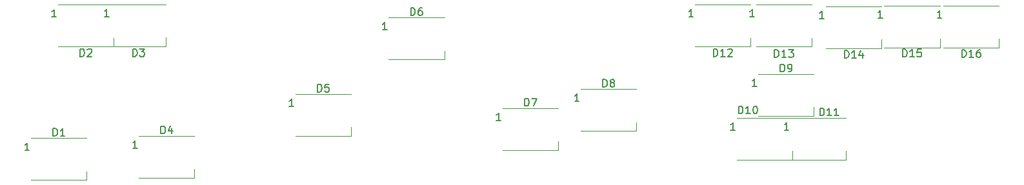
<source format=gbr>
%TF.GenerationSoftware,KiCad,Pcbnew,(5.1.6)-1*%
%TF.CreationDate,2020-11-25T12:03:05+11:00*%
%TF.ProjectId,HUD VID RCD Panel PCB V1,48554420-5649-4442-9052-43442050616e,rev?*%
%TF.SameCoordinates,Original*%
%TF.FileFunction,Legend,Top*%
%TF.FilePolarity,Positive*%
%FSLAX46Y46*%
G04 Gerber Fmt 4.6, Leading zero omitted, Abs format (unit mm)*
G04 Created by KiCad (PCBNEW (5.1.6)-1) date 2020-11-25 12:03:05*
%MOMM*%
%LPD*%
G01*
G04 APERTURE LIST*
%ADD10C,0.120000*%
%ADD11C,0.150000*%
G04 APERTURE END LIST*
D10*
%TO.C,D16*%
X176690000Y-68522400D02*
X183990000Y-68522400D01*
X176690000Y-74022400D02*
X183990000Y-74022400D01*
X183990000Y-74022400D02*
X183990000Y-72872400D01*
%TO.C,D15*%
X168929000Y-68496800D02*
X176229000Y-68496800D01*
X168929000Y-73996800D02*
X176229000Y-73996800D01*
X176229000Y-73996800D02*
X176229000Y-72846800D01*
%TO.C,D14*%
X161247000Y-68573200D02*
X168547000Y-68573200D01*
X161247000Y-74073200D02*
X168547000Y-74073200D01*
X168547000Y-74073200D02*
X168547000Y-72923200D01*
%TO.C,D13*%
X152103000Y-68370000D02*
X159403000Y-68370000D01*
X152103000Y-73870000D02*
X159403000Y-73870000D01*
X159403000Y-73870000D02*
X159403000Y-72720000D01*
%TO.C,D12*%
X144076000Y-68370000D02*
X151376000Y-68370000D01*
X144076000Y-73870000D02*
X151376000Y-73870000D01*
X151376000Y-73870000D02*
X151376000Y-72720000D01*
%TO.C,D11*%
X156612000Y-83228800D02*
X163912000Y-83228800D01*
X156612000Y-88728800D02*
X163912000Y-88728800D01*
X163912000Y-88728800D02*
X163912000Y-87578800D01*
%TO.C,D10*%
X149563000Y-83254400D02*
X156863000Y-83254400D01*
X149563000Y-88754400D02*
X156863000Y-88754400D01*
X156863000Y-88754400D02*
X156863000Y-87604400D01*
%TO.C,D9*%
X152396000Y-77488800D02*
X159696000Y-77488800D01*
X152396000Y-82988800D02*
X159696000Y-82988800D01*
X159696000Y-82988800D02*
X159696000Y-81838800D01*
%TO.C,D8*%
X129102000Y-79469600D02*
X136402000Y-79469600D01*
X129102000Y-84969600D02*
X136402000Y-84969600D01*
X136402000Y-84969600D02*
X136402000Y-83819600D01*
%TO.C,D7*%
X118829000Y-81984400D02*
X126129000Y-81984400D01*
X118829000Y-87484400D02*
X126129000Y-87484400D01*
X126129000Y-87484400D02*
X126129000Y-86334400D01*
%TO.C,D6*%
X103905000Y-70071600D02*
X111205000Y-70071600D01*
X103905000Y-75571600D02*
X111205000Y-75571600D01*
X111205000Y-75571600D02*
X111205000Y-74421600D01*
%TO.C,D5*%
X91662400Y-80130000D02*
X98962400Y-80130000D01*
X91662400Y-85630000D02*
X98962400Y-85630000D01*
X98962400Y-85630000D02*
X98962400Y-84480000D01*
%TO.C,D4*%
X71116000Y-85616400D02*
X78416000Y-85616400D01*
X71116000Y-91116400D02*
X78416000Y-91116400D01*
X78416000Y-91116400D02*
X78416000Y-89966400D01*
%TO.C,D3*%
X67407600Y-68344400D02*
X74707600Y-68344400D01*
X67407600Y-73844400D02*
X74707600Y-73844400D01*
X74707600Y-73844400D02*
X74707600Y-72694400D01*
%TO.C,D2*%
X60498800Y-68395200D02*
X67798800Y-68395200D01*
X60498800Y-73895200D02*
X67798800Y-73895200D01*
X67798800Y-73895200D02*
X67798800Y-72745200D01*
%TO.C,D1*%
X56966000Y-85921200D02*
X64266000Y-85921200D01*
X56966000Y-91421200D02*
X64266000Y-91421200D01*
X64266000Y-91421200D02*
X64266000Y-90271200D01*
%TO.C,D16*%
D11*
X179125714Y-75280780D02*
X179125714Y-74280780D01*
X179363809Y-74280780D01*
X179506666Y-74328400D01*
X179601904Y-74423638D01*
X179649523Y-74518876D01*
X179697142Y-74709352D01*
X179697142Y-74852209D01*
X179649523Y-75042685D01*
X179601904Y-75137923D01*
X179506666Y-75233161D01*
X179363809Y-75280780D01*
X179125714Y-75280780D01*
X180649523Y-75280780D02*
X180078095Y-75280780D01*
X180363809Y-75280780D02*
X180363809Y-74280780D01*
X180268571Y-74423638D01*
X180173333Y-74518876D01*
X180078095Y-74566495D01*
X181506666Y-74280780D02*
X181316190Y-74280780D01*
X181220952Y-74328400D01*
X181173333Y-74376019D01*
X181078095Y-74518876D01*
X181030476Y-74709352D01*
X181030476Y-75090304D01*
X181078095Y-75185542D01*
X181125714Y-75233161D01*
X181220952Y-75280780D01*
X181411428Y-75280780D01*
X181506666Y-75233161D01*
X181554285Y-75185542D01*
X181601904Y-75090304D01*
X181601904Y-74852209D01*
X181554285Y-74756971D01*
X181506666Y-74709352D01*
X181411428Y-74661733D01*
X181220952Y-74661733D01*
X181125714Y-74709352D01*
X181078095Y-74756971D01*
X181030476Y-74852209D01*
X176475714Y-70124780D02*
X175904285Y-70124780D01*
X176190000Y-70124780D02*
X176190000Y-69124780D01*
X176094761Y-69267638D01*
X175999523Y-69362876D01*
X175904285Y-69410495D01*
%TO.C,D15*%
X171353314Y-75229980D02*
X171353314Y-74229980D01*
X171591409Y-74229980D01*
X171734266Y-74277600D01*
X171829504Y-74372838D01*
X171877123Y-74468076D01*
X171924742Y-74658552D01*
X171924742Y-74801409D01*
X171877123Y-74991885D01*
X171829504Y-75087123D01*
X171734266Y-75182361D01*
X171591409Y-75229980D01*
X171353314Y-75229980D01*
X172877123Y-75229980D02*
X172305695Y-75229980D01*
X172591409Y-75229980D02*
X172591409Y-74229980D01*
X172496171Y-74372838D01*
X172400933Y-74468076D01*
X172305695Y-74515695D01*
X173781885Y-74229980D02*
X173305695Y-74229980D01*
X173258076Y-74706171D01*
X173305695Y-74658552D01*
X173400933Y-74610933D01*
X173639028Y-74610933D01*
X173734266Y-74658552D01*
X173781885Y-74706171D01*
X173829504Y-74801409D01*
X173829504Y-75039504D01*
X173781885Y-75134742D01*
X173734266Y-75182361D01*
X173639028Y-75229980D01*
X173400933Y-75229980D01*
X173305695Y-75182361D01*
X173258076Y-75134742D01*
X168714714Y-70099180D02*
X168143285Y-70099180D01*
X168429000Y-70099180D02*
X168429000Y-69099180D01*
X168333761Y-69242038D01*
X168238523Y-69337276D01*
X168143285Y-69384895D01*
%TO.C,D14*%
X163733314Y-75382380D02*
X163733314Y-74382380D01*
X163971409Y-74382380D01*
X164114266Y-74430000D01*
X164209504Y-74525238D01*
X164257123Y-74620476D01*
X164304742Y-74810952D01*
X164304742Y-74953809D01*
X164257123Y-75144285D01*
X164209504Y-75239523D01*
X164114266Y-75334761D01*
X163971409Y-75382380D01*
X163733314Y-75382380D01*
X165257123Y-75382380D02*
X164685695Y-75382380D01*
X164971409Y-75382380D02*
X164971409Y-74382380D01*
X164876171Y-74525238D01*
X164780933Y-74620476D01*
X164685695Y-74668095D01*
X166114266Y-74715714D02*
X166114266Y-75382380D01*
X165876171Y-74334761D02*
X165638076Y-75049047D01*
X166257123Y-75049047D01*
X161032714Y-70175580D02*
X160461285Y-70175580D01*
X160747000Y-70175580D02*
X160747000Y-69175580D01*
X160651761Y-69318438D01*
X160556523Y-69413676D01*
X160461285Y-69461295D01*
%TO.C,D13*%
X154538714Y-75280780D02*
X154538714Y-74280780D01*
X154776809Y-74280780D01*
X154919666Y-74328400D01*
X155014904Y-74423638D01*
X155062523Y-74518876D01*
X155110142Y-74709352D01*
X155110142Y-74852209D01*
X155062523Y-75042685D01*
X155014904Y-75137923D01*
X154919666Y-75233161D01*
X154776809Y-75280780D01*
X154538714Y-75280780D01*
X156062523Y-75280780D02*
X155491095Y-75280780D01*
X155776809Y-75280780D02*
X155776809Y-74280780D01*
X155681571Y-74423638D01*
X155586333Y-74518876D01*
X155491095Y-74566495D01*
X156395857Y-74280780D02*
X157014904Y-74280780D01*
X156681571Y-74661733D01*
X156824428Y-74661733D01*
X156919666Y-74709352D01*
X156967285Y-74756971D01*
X157014904Y-74852209D01*
X157014904Y-75090304D01*
X156967285Y-75185542D01*
X156919666Y-75233161D01*
X156824428Y-75280780D01*
X156538714Y-75280780D01*
X156443476Y-75233161D01*
X156395857Y-75185542D01*
X151888714Y-69972380D02*
X151317285Y-69972380D01*
X151603000Y-69972380D02*
X151603000Y-68972380D01*
X151507761Y-69115238D01*
X151412523Y-69210476D01*
X151317285Y-69258095D01*
%TO.C,D12*%
X146511714Y-75179180D02*
X146511714Y-74179180D01*
X146749809Y-74179180D01*
X146892666Y-74226800D01*
X146987904Y-74322038D01*
X147035523Y-74417276D01*
X147083142Y-74607752D01*
X147083142Y-74750609D01*
X147035523Y-74941085D01*
X146987904Y-75036323D01*
X146892666Y-75131561D01*
X146749809Y-75179180D01*
X146511714Y-75179180D01*
X148035523Y-75179180D02*
X147464095Y-75179180D01*
X147749809Y-75179180D02*
X147749809Y-74179180D01*
X147654571Y-74322038D01*
X147559333Y-74417276D01*
X147464095Y-74464895D01*
X148416476Y-74274419D02*
X148464095Y-74226800D01*
X148559333Y-74179180D01*
X148797428Y-74179180D01*
X148892666Y-74226800D01*
X148940285Y-74274419D01*
X148987904Y-74369657D01*
X148987904Y-74464895D01*
X148940285Y-74607752D01*
X148368857Y-75179180D01*
X148987904Y-75179180D01*
X143861714Y-69972380D02*
X143290285Y-69972380D01*
X143576000Y-69972380D02*
X143576000Y-68972380D01*
X143480761Y-69115238D01*
X143385523Y-69210476D01*
X143290285Y-69258095D01*
%TO.C,D11*%
X160482114Y-82951580D02*
X160482114Y-81951580D01*
X160720209Y-81951580D01*
X160863066Y-81999200D01*
X160958304Y-82094438D01*
X161005923Y-82189676D01*
X161053542Y-82380152D01*
X161053542Y-82523009D01*
X161005923Y-82713485D01*
X160958304Y-82808723D01*
X160863066Y-82903961D01*
X160720209Y-82951580D01*
X160482114Y-82951580D01*
X162005923Y-82951580D02*
X161434495Y-82951580D01*
X161720209Y-82951580D02*
X161720209Y-81951580D01*
X161624971Y-82094438D01*
X161529733Y-82189676D01*
X161434495Y-82237295D01*
X162958304Y-82951580D02*
X162386876Y-82951580D01*
X162672590Y-82951580D02*
X162672590Y-81951580D01*
X162577352Y-82094438D01*
X162482114Y-82189676D01*
X162386876Y-82237295D01*
X156397714Y-84831180D02*
X155826285Y-84831180D01*
X156112000Y-84831180D02*
X156112000Y-83831180D01*
X156016761Y-83974038D01*
X155921523Y-84069276D01*
X155826285Y-84116895D01*
%TO.C,D10*%
X149814114Y-82697580D02*
X149814114Y-81697580D01*
X150052209Y-81697580D01*
X150195066Y-81745200D01*
X150290304Y-81840438D01*
X150337923Y-81935676D01*
X150385542Y-82126152D01*
X150385542Y-82269009D01*
X150337923Y-82459485D01*
X150290304Y-82554723D01*
X150195066Y-82649961D01*
X150052209Y-82697580D01*
X149814114Y-82697580D01*
X151337923Y-82697580D02*
X150766495Y-82697580D01*
X151052209Y-82697580D02*
X151052209Y-81697580D01*
X150956971Y-81840438D01*
X150861733Y-81935676D01*
X150766495Y-81983295D01*
X151956971Y-81697580D02*
X152052209Y-81697580D01*
X152147447Y-81745200D01*
X152195066Y-81792819D01*
X152242685Y-81888057D01*
X152290304Y-82078533D01*
X152290304Y-82316628D01*
X152242685Y-82507104D01*
X152195066Y-82602342D01*
X152147447Y-82649961D01*
X152052209Y-82697580D01*
X151956971Y-82697580D01*
X151861733Y-82649961D01*
X151814114Y-82602342D01*
X151766495Y-82507104D01*
X151718876Y-82316628D01*
X151718876Y-82078533D01*
X151766495Y-81888057D01*
X151814114Y-81792819D01*
X151861733Y-81745200D01*
X151956971Y-81697580D01*
X149348714Y-84856780D02*
X148777285Y-84856780D01*
X149063000Y-84856780D02*
X149063000Y-83856780D01*
X148967761Y-83999638D01*
X148872523Y-84094876D01*
X148777285Y-84142495D01*
%TO.C,D9*%
X155307904Y-77191180D02*
X155307904Y-76191180D01*
X155546000Y-76191180D01*
X155688857Y-76238800D01*
X155784095Y-76334038D01*
X155831714Y-76429276D01*
X155879333Y-76619752D01*
X155879333Y-76762609D01*
X155831714Y-76953085D01*
X155784095Y-77048323D01*
X155688857Y-77143561D01*
X155546000Y-77191180D01*
X155307904Y-77191180D01*
X156355523Y-77191180D02*
X156546000Y-77191180D01*
X156641238Y-77143561D01*
X156688857Y-77095942D01*
X156784095Y-76953085D01*
X156831714Y-76762609D01*
X156831714Y-76381657D01*
X156784095Y-76286419D01*
X156736476Y-76238800D01*
X156641238Y-76191180D01*
X156450761Y-76191180D01*
X156355523Y-76238800D01*
X156307904Y-76286419D01*
X156260285Y-76381657D01*
X156260285Y-76619752D01*
X156307904Y-76714990D01*
X156355523Y-76762609D01*
X156450761Y-76810228D01*
X156641238Y-76810228D01*
X156736476Y-76762609D01*
X156784095Y-76714990D01*
X156831714Y-76619752D01*
X152181714Y-79091180D02*
X151610285Y-79091180D01*
X151896000Y-79091180D02*
X151896000Y-78091180D01*
X151800761Y-78234038D01*
X151705523Y-78329276D01*
X151610285Y-78376895D01*
%TO.C,D8*%
X132013904Y-79171980D02*
X132013904Y-78171980D01*
X132252000Y-78171980D01*
X132394857Y-78219600D01*
X132490095Y-78314838D01*
X132537714Y-78410076D01*
X132585333Y-78600552D01*
X132585333Y-78743409D01*
X132537714Y-78933885D01*
X132490095Y-79029123D01*
X132394857Y-79124361D01*
X132252000Y-79171980D01*
X132013904Y-79171980D01*
X133156761Y-78600552D02*
X133061523Y-78552933D01*
X133013904Y-78505314D01*
X132966285Y-78410076D01*
X132966285Y-78362457D01*
X133013904Y-78267219D01*
X133061523Y-78219600D01*
X133156761Y-78171980D01*
X133347238Y-78171980D01*
X133442476Y-78219600D01*
X133490095Y-78267219D01*
X133537714Y-78362457D01*
X133537714Y-78410076D01*
X133490095Y-78505314D01*
X133442476Y-78552933D01*
X133347238Y-78600552D01*
X133156761Y-78600552D01*
X133061523Y-78648171D01*
X133013904Y-78695790D01*
X132966285Y-78791028D01*
X132966285Y-78981504D01*
X133013904Y-79076742D01*
X133061523Y-79124361D01*
X133156761Y-79171980D01*
X133347238Y-79171980D01*
X133442476Y-79124361D01*
X133490095Y-79076742D01*
X133537714Y-78981504D01*
X133537714Y-78791028D01*
X133490095Y-78695790D01*
X133442476Y-78648171D01*
X133347238Y-78600552D01*
X128887714Y-81071980D02*
X128316285Y-81071980D01*
X128602000Y-81071980D02*
X128602000Y-80071980D01*
X128506761Y-80214838D01*
X128411523Y-80310076D01*
X128316285Y-80357695D01*
%TO.C,D7*%
X121740904Y-81686780D02*
X121740904Y-80686780D01*
X121979000Y-80686780D01*
X122121857Y-80734400D01*
X122217095Y-80829638D01*
X122264714Y-80924876D01*
X122312333Y-81115352D01*
X122312333Y-81258209D01*
X122264714Y-81448685D01*
X122217095Y-81543923D01*
X122121857Y-81639161D01*
X121979000Y-81686780D01*
X121740904Y-81686780D01*
X122645666Y-80686780D02*
X123312333Y-80686780D01*
X122883761Y-81686780D01*
X118614714Y-83586780D02*
X118043285Y-83586780D01*
X118329000Y-83586780D02*
X118329000Y-82586780D01*
X118233761Y-82729638D01*
X118138523Y-82824876D01*
X118043285Y-82872495D01*
%TO.C,D6*%
X106816904Y-69773980D02*
X106816904Y-68773980D01*
X107055000Y-68773980D01*
X107197857Y-68821600D01*
X107293095Y-68916838D01*
X107340714Y-69012076D01*
X107388333Y-69202552D01*
X107388333Y-69345409D01*
X107340714Y-69535885D01*
X107293095Y-69631123D01*
X107197857Y-69726361D01*
X107055000Y-69773980D01*
X106816904Y-69773980D01*
X108245476Y-68773980D02*
X108055000Y-68773980D01*
X107959761Y-68821600D01*
X107912142Y-68869219D01*
X107816904Y-69012076D01*
X107769285Y-69202552D01*
X107769285Y-69583504D01*
X107816904Y-69678742D01*
X107864523Y-69726361D01*
X107959761Y-69773980D01*
X108150238Y-69773980D01*
X108245476Y-69726361D01*
X108293095Y-69678742D01*
X108340714Y-69583504D01*
X108340714Y-69345409D01*
X108293095Y-69250171D01*
X108245476Y-69202552D01*
X108150238Y-69154933D01*
X107959761Y-69154933D01*
X107864523Y-69202552D01*
X107816904Y-69250171D01*
X107769285Y-69345409D01*
X103690714Y-71673980D02*
X103119285Y-71673980D01*
X103405000Y-71673980D02*
X103405000Y-70673980D01*
X103309761Y-70816838D01*
X103214523Y-70912076D01*
X103119285Y-70959695D01*
%TO.C,D5*%
X94574304Y-79832380D02*
X94574304Y-78832380D01*
X94812400Y-78832380D01*
X94955257Y-78880000D01*
X95050495Y-78975238D01*
X95098114Y-79070476D01*
X95145733Y-79260952D01*
X95145733Y-79403809D01*
X95098114Y-79594285D01*
X95050495Y-79689523D01*
X94955257Y-79784761D01*
X94812400Y-79832380D01*
X94574304Y-79832380D01*
X96050495Y-78832380D02*
X95574304Y-78832380D01*
X95526685Y-79308571D01*
X95574304Y-79260952D01*
X95669542Y-79213333D01*
X95907638Y-79213333D01*
X96002876Y-79260952D01*
X96050495Y-79308571D01*
X96098114Y-79403809D01*
X96098114Y-79641904D01*
X96050495Y-79737142D01*
X96002876Y-79784761D01*
X95907638Y-79832380D01*
X95669542Y-79832380D01*
X95574304Y-79784761D01*
X95526685Y-79737142D01*
X91448114Y-81732380D02*
X90876685Y-81732380D01*
X91162400Y-81732380D02*
X91162400Y-80732380D01*
X91067161Y-80875238D01*
X90971923Y-80970476D01*
X90876685Y-81018095D01*
%TO.C,D4*%
X74027904Y-85318780D02*
X74027904Y-84318780D01*
X74266000Y-84318780D01*
X74408857Y-84366400D01*
X74504095Y-84461638D01*
X74551714Y-84556876D01*
X74599333Y-84747352D01*
X74599333Y-84890209D01*
X74551714Y-85080685D01*
X74504095Y-85175923D01*
X74408857Y-85271161D01*
X74266000Y-85318780D01*
X74027904Y-85318780D01*
X75456476Y-84652114D02*
X75456476Y-85318780D01*
X75218380Y-84271161D02*
X74980285Y-84985447D01*
X75599333Y-84985447D01*
X70901714Y-87218780D02*
X70330285Y-87218780D01*
X70616000Y-87218780D02*
X70616000Y-86218780D01*
X70520761Y-86361638D01*
X70425523Y-86456876D01*
X70330285Y-86504495D01*
%TO.C,D3*%
X70331104Y-75179180D02*
X70331104Y-74179180D01*
X70569200Y-74179180D01*
X70712057Y-74226800D01*
X70807295Y-74322038D01*
X70854914Y-74417276D01*
X70902533Y-74607752D01*
X70902533Y-74750609D01*
X70854914Y-74941085D01*
X70807295Y-75036323D01*
X70712057Y-75131561D01*
X70569200Y-75179180D01*
X70331104Y-75179180D01*
X71235866Y-74179180D02*
X71854914Y-74179180D01*
X71521580Y-74560133D01*
X71664438Y-74560133D01*
X71759676Y-74607752D01*
X71807295Y-74655371D01*
X71854914Y-74750609D01*
X71854914Y-74988704D01*
X71807295Y-75083942D01*
X71759676Y-75131561D01*
X71664438Y-75179180D01*
X71378723Y-75179180D01*
X71283485Y-75131561D01*
X71235866Y-75083942D01*
X67193314Y-69946780D02*
X66621885Y-69946780D01*
X66907600Y-69946780D02*
X66907600Y-68946780D01*
X66812361Y-69089638D01*
X66717123Y-69184876D01*
X66621885Y-69232495D01*
%TO.C,D2*%
X63410704Y-75179180D02*
X63410704Y-74179180D01*
X63648800Y-74179180D01*
X63791657Y-74226800D01*
X63886895Y-74322038D01*
X63934514Y-74417276D01*
X63982133Y-74607752D01*
X63982133Y-74750609D01*
X63934514Y-74941085D01*
X63886895Y-75036323D01*
X63791657Y-75131561D01*
X63648800Y-75179180D01*
X63410704Y-75179180D01*
X64363085Y-74274419D02*
X64410704Y-74226800D01*
X64505942Y-74179180D01*
X64744038Y-74179180D01*
X64839276Y-74226800D01*
X64886895Y-74274419D01*
X64934514Y-74369657D01*
X64934514Y-74464895D01*
X64886895Y-74607752D01*
X64315466Y-75179180D01*
X64934514Y-75179180D01*
X60284514Y-69997580D02*
X59713085Y-69997580D01*
X59998800Y-69997580D02*
X59998800Y-68997580D01*
X59903561Y-69140438D01*
X59808323Y-69235676D01*
X59713085Y-69283295D01*
%TO.C,D1*%
X59877904Y-85623580D02*
X59877904Y-84623580D01*
X60116000Y-84623580D01*
X60258857Y-84671200D01*
X60354095Y-84766438D01*
X60401714Y-84861676D01*
X60449333Y-85052152D01*
X60449333Y-85195009D01*
X60401714Y-85385485D01*
X60354095Y-85480723D01*
X60258857Y-85575961D01*
X60116000Y-85623580D01*
X59877904Y-85623580D01*
X61401714Y-85623580D02*
X60830285Y-85623580D01*
X61116000Y-85623580D02*
X61116000Y-84623580D01*
X61020761Y-84766438D01*
X60925523Y-84861676D01*
X60830285Y-84909295D01*
X56751714Y-87523580D02*
X56180285Y-87523580D01*
X56466000Y-87523580D02*
X56466000Y-86523580D01*
X56370761Y-86666438D01*
X56275523Y-86761676D01*
X56180285Y-86809295D01*
%TD*%
M02*

</source>
